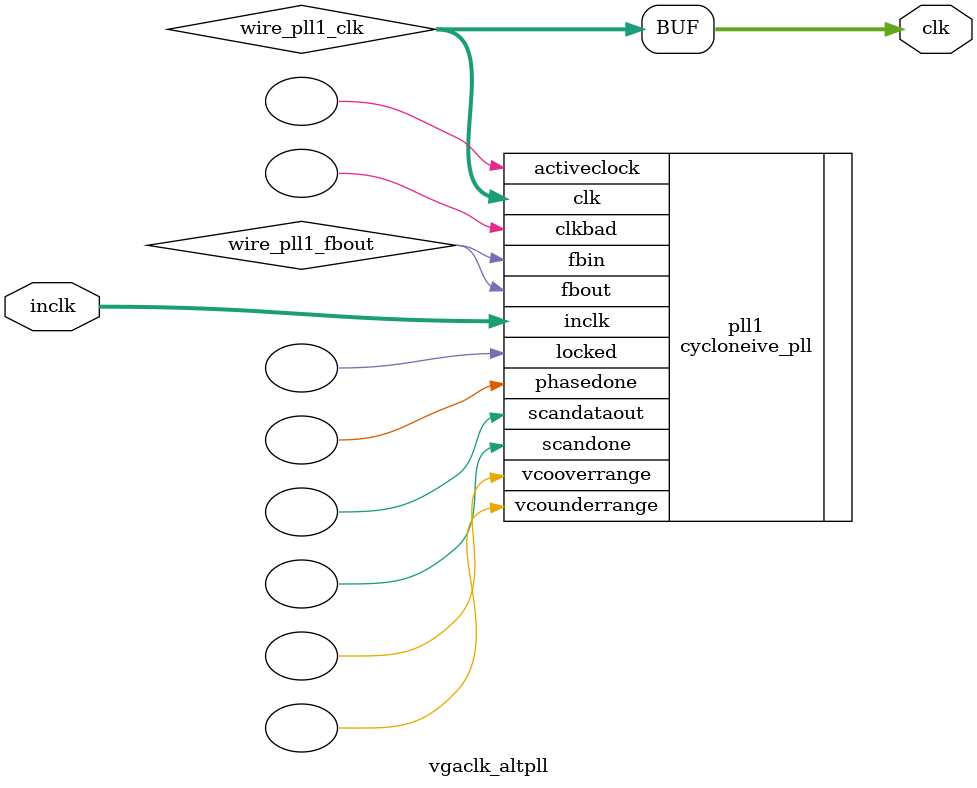
<source format=v>






//synthesis_resources = cycloneive_pll 1 
//synopsys translate_off
`timescale 1 ps / 1 ps
//synopsys translate_on
module  vgaclk_altpll
	( 
	clk,
	inclk) /* synthesis synthesis_clearbox=1 */;
	output   [4:0]  clk;
	input   [1:0]  inclk;
`ifndef ALTERA_RESERVED_QIS
// synopsys translate_off
`endif
	tri0   [1:0]  inclk;
`ifndef ALTERA_RESERVED_QIS
// synopsys translate_on
`endif

	wire  [4:0]   wire_pll1_clk;
	wire  wire_pll1_fbout;

	cycloneive_pll   pll1
	( 
	.activeclock(),
	.clk(wire_pll1_clk),
	.clkbad(),
	.fbin(wire_pll1_fbout),
	.fbout(wire_pll1_fbout),
	.inclk(inclk),
	.locked(),
	.phasedone(),
	.scandataout(),
	.scandone(),
	.vcooverrange(),
	.vcounderrange()
	`ifndef FORMAL_VERIFICATION
	// synopsys translate_off
	`endif
	,
	.areset(1'b0),
	.clkswitch(1'b0),
	.configupdate(1'b0),
	.pfdena(1'b1),
	.phasecounterselect({3{1'b0}}),
	.phasestep(1'b0),
	.phaseupdown(1'b0),
	.scanclk(1'b0),
	.scanclkena(1'b1),
	.scandata(1'b0)
	`ifndef FORMAL_VERIFICATION
	// synopsys translate_on
	`endif
	);
	defparam
		pll1.bandwidth_type = "auto",
		pll1.clk0_divide_by = 2000,
		pll1.clk0_duty_cycle = 50,
		pll1.clk0_multiply_by = 1007,
		pll1.clk0_phase_shift = "0",
		pll1.compensate_clock = "clk0",
		pll1.inclk0_input_frequency = 20000,
		pll1.operation_mode = "normal",
		pll1.pll_type = "auto",
		pll1.lpm_type = "cycloneive_pll";
	assign
		clk = {wire_pll1_clk[4:0]};
endmodule //vgaclk_altpll
//VALID FILE

</source>
